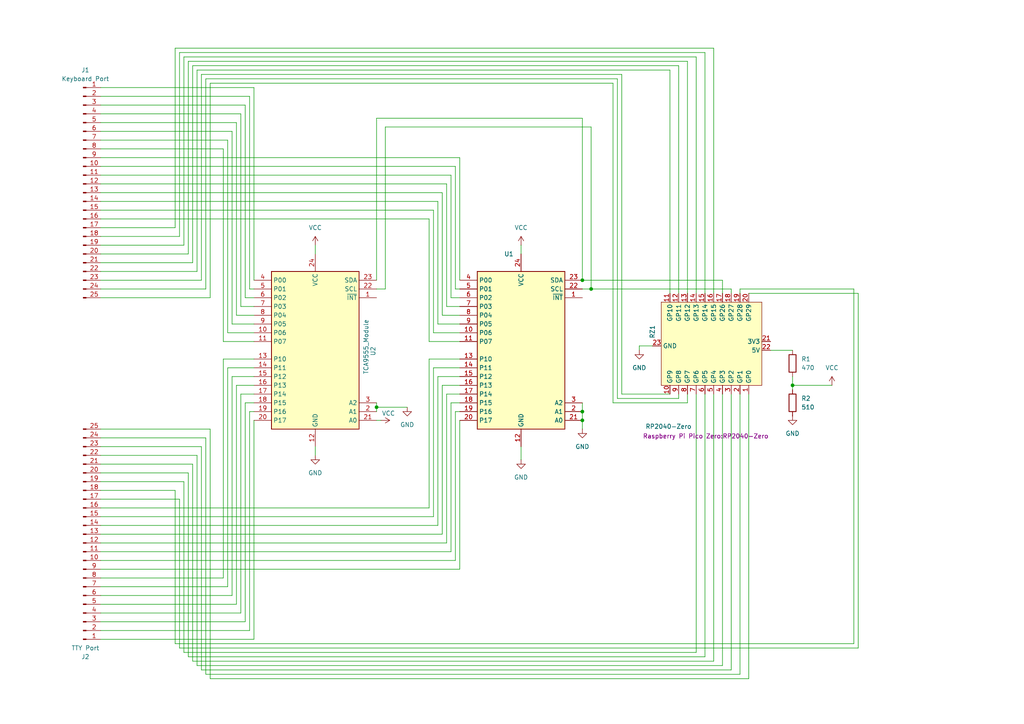
<source format=kicad_sch>
(kicad_sch (version 20250114) (generator "eeschema") (generator_version "9.0")
  (paper "A4")
  (lib_symbols
    (symbol "Connector:Conn_01x25_Pin" (pin_names (offset 1.016) (hide yes))
      (property "Reference" "J" (at 0 33.02 0))
      (property "Value" "Conn_01x25_Pin" (at 0 -33.02 0))
      (symbol "Conn_01x25_Pin_1_1"
        (rectangle (start 0.8636 30.607) (end 0 30.353) (stroke (width 0.1524)) (fill (type outline)))
        (rectangle (start 0.8636 28.067) (end 0 27.813) (stroke (width 0.1524)) (fill (type outline)))
        (rectangle (start 0.8636 25.527) (end 0 25.273) (stroke (width 0.1524)) (fill (type outline)))
        (rectangle (start 0.8636 22.987) (end 0 22.733) (stroke (width 0.1524)) (fill (type outline)))
        (rectangle (start 0.8636 20.447) (end 0 20.193) (stroke (width 0.1524)) (fill (type outline)))
        (rectangle (start 0.8636 17.907) (end 0 17.653) (stroke (width 0.1524)) (fill (type outline)))
        (rectangle (start 0.8636 15.367) (end 0 15.113) (stroke (width 0.1524)) (fill (type outline)))
        (rectangle (start 0.8636 12.827) (end 0 12.573) (stroke (width 0.1524)) (fill (type outline)))
        (rectangle (start 0.8636 10.287) (end 0 10.033) (stroke (width 0.1524)) (fill (type outline)))
        (rectangle (start 0.8636 7.747) (end 0 7.493) (stroke (width 0.1524)) (fill (type outline)))
        (rectangle (start 0.8636 5.207) (end 0 4.953) (stroke (width 0.1524)) (fill (type outline)))
        (rectangle (start 0.8636 2.667) (end 0 2.413) (stroke (width 0.1524)) (fill (type outline)))
        (rectangle (start 0.8636 0.127) (end 0 -0.127) (stroke (width 0.1524)) (fill (type outline)))
        (rectangle (start 0.8636 -2.413) (end 0 -2.667) (stroke (width 0.1524)) (fill (type outline)))
        (rectangle (start 0.8636 -4.953) (end 0 -5.207) (stroke (width 0.1524)) (fill (type outline)))
        (rectangle (start 0.8636 -7.493) (end 0 -7.747) (stroke (width 0.1524)) (fill (type outline)))
        (rectangle (start 0.8636 -10.033) (end 0 -10.287) (stroke (width 0.1524)) (fill (type outline)))
        (rectangle (start 0.8636 -12.573) (end 0 -12.827) (stroke (width 0.1524)) (fill (type outline)))
        (rectangle (start 0.8636 -15.113) (end 0 -15.367) (stroke (width 0.1524)) (fill (type outline)))
        (rectangle (start 0.8636 -17.653) (end 0 -17.907) (stroke (width 0.1524)) (fill (type outline)))
        (rectangle (start 0.8636 -20.193) (end 0 -20.447) (stroke (width 0.1524)) (fill (type outline)))
        (rectangle (start 0.8636 -22.733) (end 0 -22.987) (stroke (width 0.1524)) (fill (type outline)))
        (rectangle (start 0.8636 -25.273) (end 0 -25.527) (stroke (width 0.1524)) (fill (type outline)))
        (rectangle (start 0.8636 -27.813) (end 0 -28.067) (stroke (width 0.1524)) (fill (type outline)))
        (rectangle (start 0.8636 -30.353) (end 0 -30.607) (stroke (width 0.1524)) (fill (type outline)))
        (polyline (pts (xy 1.27 30.48) (xy 0.8636 30.48)) (stroke (width 0.1524)))
        (polyline (pts (xy 1.27 27.94) (xy 0.8636 27.94)) (stroke (width 0.1524)))
        (polyline (pts (xy 1.27 25.4) (xy 0.8636 25.4)) (stroke (width 0.1524)))
        (polyline (pts (xy 1.27 22.86) (xy 0.8636 22.86)) (stroke (width 0.1524)))
        (polyline (pts (xy 1.27 20.32) (xy 0.8636 20.32)) (stroke (width 0.1524)))
        (polyline (pts (xy 1.27 17.78) (xy 0.8636 17.78)) (stroke (width 0.1524)))
        (polyline (pts (xy 1.27 15.24) (xy 0.8636 15.24)) (stroke (width 0.1524)))
        (polyline (pts (xy 1.27 12.7) (xy 0.8636 12.7)) (stroke (width 0.1524)))
        (polyline (pts (xy 1.27 10.16) (xy 0.8636 10.16)) (stroke (width 0.1524)))
        (polyline (pts (xy 1.27 7.62) (xy 0.8636 7.62)) (stroke (width 0.1524)))
        (polyline (pts (xy 1.27 5.08) (xy 0.8636 5.08)) (stroke (width 0.1524)))
        (polyline (pts (xy 1.27 2.54) (xy 0.8636 2.54)) (stroke (width 0.1524)))
        (polyline (pts (xy 1.27 0) (xy 0.8636 0)) (stroke (width 0.1524)))
        (polyline (pts (xy 1.27 -2.54) (xy 0.8636 -2.54)) (stroke (width 0.1524)))
        (polyline (pts (xy 1.27 -5.08) (xy 0.8636 -5.08)) (stroke (width 0.1524)))
        (polyline (pts (xy 1.27 -7.62) (xy 0.8636 -7.62)) (stroke (width 0.1524)))
        (polyline (pts (xy 1.27 -10.16) (xy 0.8636 -10.16)) (stroke (width 0.1524)))
        (polyline (pts (xy 1.27 -12.7) (xy 0.8636 -12.7)) (stroke (width 0.1524)))
        (polyline (pts (xy 1.27 -15.24) (xy 0.8636 -15.24)) (stroke (width 0.1524)))
        (polyline (pts (xy 1.27 -17.78) (xy 0.8636 -17.78)) (stroke (width 0.1524)))
        (polyline (pts (xy 1.27 -20.32) (xy 0.8636 -20.32)) (stroke (width 0.1524)))
        (polyline (pts (xy 1.27 -22.86) (xy 0.8636 -22.86)) (stroke (width 0.1524)))
        (polyline (pts (xy 1.27 -25.4) (xy 0.8636 -25.4)) (stroke (width 0.1524)))
        (polyline (pts (xy 1.27 -27.94) (xy 0.8636 -27.94)) (stroke (width 0.1524)))
        (polyline (pts (xy 1.27 -30.48) (xy 0.8636 -30.48)) (stroke (width 0.1524)))
        (pin passive line (at 5.08 30.48 180) (length 3.81) (name "Pin_1") (number "1"))
        (pin passive line (at 5.08 27.94 180) (length 3.81) (name "Pin_2") (number "2"))
        (pin passive line (at 5.08 25.4 180) (length 3.81) (name "Pin_3") (number "3"))
        (pin passive line (at 5.08 22.86 180) (length 3.81) (name "Pin_4") (number "4"))
        (pin passive line (at 5.08 20.32 180) (length 3.81) (name "Pin_5") (number "5"))
        (pin passive line (at 5.08 17.78 180) (length 3.81) (name "Pin_6") (number "6"))
        (pin passive line (at 5.08 15.24 180) (length 3.81) (name "Pin_7") (number "7"))
        (pin passive line (at 5.08 12.7 180) (length 3.81) (name "Pin_8") (number "8"))
        (pin passive line (at 5.08 10.16 180) (length 3.81) (name "Pin_9") (number "9"))
        (pin passive line (at 5.08 7.62 180) (length 3.81) (name "Pin_10") (number "10"))
        (pin passive line (at 5.08 5.08 180) (length 3.81) (name "Pin_11") (number "11"))
        (pin passive line (at 5.08 2.54 180) (length 3.81) (name "Pin_12") (number "12"))
        (pin passive line (at 5.08 0 180) (length 3.81) (name "Pin_13") (number "13"))
        (pin passive line (at 5.08 -2.54 180) (length 3.81) (name "Pin_14") (number "14"))
        (pin passive line (at 5.08 -5.08 180) (length 3.81) (name "Pin_15") (number "15"))
        (pin passive line (at 5.08 -7.62 180) (length 3.81) (name "Pin_16") (number "16"))
        (pin passive line (at 5.08 -10.16 180) (length 3.81) (name "Pin_17") (number "17"))
        (pin passive line (at 5.08 -12.7 180) (length 3.81) (name "Pin_18") (number "18"))
        (pin passive line (at 5.08 -15.24 180) (length 3.81) (name "Pin_19") (number "19"))
        (pin passive line (at 5.08 -17.78 180) (length 3.81) (name "Pin_20") (number "20"))
        (pin passive line (at 5.08 -20.32 180) (length 3.81) (name "Pin_21") (number "21"))
        (pin passive line (at 5.08 -22.86 180) (length 3.81) (name "Pin_22") (number "22"))
        (pin passive line (at 5.08 -25.4 180) (length 3.81) (name "Pin_23") (number "23"))
        (pin passive line (at 5.08 -27.94 180) (length 3.81) (name "Pin_24") (number "24"))
        (pin passive line (at 5.08 -30.48 180) (length 3.81) (name "Pin_25") (number "25"))
      )
    )
    (symbol "Device:R" (pin_numbers (hide yes)) (pin_names (offset 0))
      (property "Reference" "R" (at 2.032 0 90))
      (property "Value" "R" (at 0 0 90))
      (symbol "R_0_1"
        (rectangle (start -1.016 -2.54) (end 1.016 2.54) (stroke (width 0.254)))
      )
      (symbol "R_1_1"
        (pin passive line (at 0 3.81 270) (length 1.27) (name "~") (number "1"))
        (pin passive line (at 0 -3.81 90) (length 1.27) (name "~") (number "2"))
      )
    )
    (symbol "Raspberry Pi Pico Zero:RP2040-Zero"
      (property "Reference" "RZ" (at 0 0 0))
      (property "Value" "RP2040-Zero" (at 0 -2.54 0))
      (property "Footprint" "Raspberry Pi Pico Zero:RP2040-Zero" (at 0 0 0))
      (symbol "RP2040-Zero_0_1"
        (rectangle (start -11.43 -15.24) (end 12.7 13.97) (fill (type background)))
      )
      (symbol "RP2040-Zero_1_1"
        (pin bidirectional line (at -13.97 10.16 0) (length 2.54) (name "GP0") (number "1"))
        (pin bidirectional line (at -13.97 7.62 0) (length 2.54) (name "GP1") (number "2"))
        (pin bidirectional line (at -13.97 5.08 0) (length 2.54) (name "GP2") (number "3"))
        (pin bidirectional line (at -13.97 2.54 0) (length 2.54) (name "GP3") (number "4"))
        (pin bidirectional line (at -13.97 0 0) (length 2.54) (name "GP4") (number "5"))
        (pin bidirectional line (at -13.97 -2.54 0) (length 2.54) (name "GP5") (number "6"))
        (pin bidirectional line (at -13.97 -5.08 0) (length 2.54) (name "GP6") (number "7"))
        (pin bidirectional line (at -13.97 -7.62 0) (length 2.54) (name "GP7") (number "8"))
        (pin bidirectional line (at -13.97 -10.16 0) (length 2.54) (name "GP8") (number "9"))
        (pin bidirectional line (at -13.97 -12.7 0) (length 2.54) (name "GP9") (number "10"))
        (pin power_in line (at -1.27 16.51 270) (length 2.54) (name "5V") (number "22"))
        (pin power_in line (at 0 -17.78 90) (length 2.54) (name "GND") (number "23"))
        (pin power_in line (at 1.27 16.51 270) (length 2.54) (name "3V3") (number "21"))
        (pin bidirectional line (at 15.24 10.16 180) (length 2.54) (name "GP29") (number "20"))
        (pin bidirectional line (at 15.24 7.62 180) (length 2.54) (name "GP28") (number "19"))
        (pin bidirectional line (at 15.24 5.08 180) (length 2.54) (name "GP27") (number "18"))
        (pin bidirectional line (at 15.24 2.54 180) (length 2.54) (name "GP26") (number "17"))
        (pin bidirectional line (at 15.24 0 180) (length 2.54) (name "GP15") (number "16"))
        (pin bidirectional line (at 15.24 -2.54 180) (length 2.54) (name "GP14") (number "15"))
        (pin bidirectional line (at 15.24 -5.08 180) (length 2.54) (name "GP13") (number "14"))
        (pin bidirectional line (at 15.24 -7.62 180) (length 2.54) (name "GP12") (number "13"))
        (pin bidirectional line (at 15.24 -10.16 180) (length 2.54) (name "GP11") (number "12"))
        (pin bidirectional line (at 15.24 -12.7 180) (length 2.54) (name "GP10") (number "11"))
      )
    )
    (symbol "TCA9555_Module:TCA9555_Module"
      (property "Reference" "U" (at -11.43 24.13 0))
      (property "Value" "TCA9555_Module" (at 0 0 0))
      (symbol "TCA9555_Module_0_1"
        (rectangle (start -12.7 22.86) (end 12.7 -22.86) (stroke (width 0.254)) (fill (type background)))
      )
      (symbol "TCA9555_Module_1_1"
        (pin bidirectional line (at -17.78 20.32 0) (length 5.08) (name "SDA") (number "23"))
        (pin input line (at -17.78 17.78 0) (length 5.08) (name "SCL") (number "22"))
        (pin open_collector line (at -17.78 15.24 0) (length 5.08) (name "~{INT}") (number "1"))
        (pin input line (at -17.78 -15.24 0) (length 5.08) (name "A2") (number "3"))
        (pin input line (at -17.78 -17.78 0) (length 5.08) (name "A1") (number "2"))
        (pin input line (at -17.78 -20.32 0) (length 5.08) (name "A0") (number "21"))
        (pin power_in line (at 0 27.94 270) (length 5.08) (name "VCC") (number "24"))
        (pin power_in line (at 0 -27.94 90) (length 5.08) (name "GND") (number "12"))
        (pin bidirectional line (at 17.78 20.32 180) (length 5.08) (name "P00") (number "4"))
        (pin bidirectional line (at 17.78 17.78 180) (length 5.08) (name "P01") (number "5"))
        (pin bidirectional line (at 17.78 15.24 180) (length 5.08) (name "P02") (number "6"))
        (pin bidirectional line (at 17.78 12.7 180) (length 5.08) (name "P03") (number "7"))
        (pin bidirectional line (at 17.78 10.16 180) (length 5.08) (name "P04") (number "8"))
        (pin bidirectional line (at 17.78 7.62 180) (length 5.08) (name "P05") (number "9"))
        (pin bidirectional line (at 17.78 5.08 180) (length 5.08) (name "P06") (number "10"))
        (pin bidirectional line (at 17.78 2.54 180) (length 5.08) (name "P07") (number "11"))
        (pin bidirectional line (at 17.78 -2.54 180) (length 5.08) (name "P10") (number "13"))
        (pin bidirectional line (at 17.78 -5.08 180) (length 5.08) (name "P11") (number "14"))
        (pin bidirectional line (at 17.78 -7.62 180) (length 5.08) (name "P12") (number "15"))
        (pin bidirectional line (at 17.78 -10.16 180) (length 5.08) (name "P13") (number "16"))
        (pin bidirectional line (at 17.78 -12.7 180) (length 5.08) (name "P14") (number "17"))
        (pin bidirectional line (at 17.78 -15.24 180) (length 5.08) (name "P15") (number "18"))
        (pin bidirectional line (at 17.78 -17.78 180) (length 5.08) (name "P16") (number "19"))
        (pin bidirectional line (at 17.78 -20.32 180) (length 5.08) (name "P17") (number "20"))
      )
    )
    (symbol "power:GND" (power) (pin_numbers (hide yes)) (pin_names (offset 0) (hide yes))
      (property "Value" "GND" (at 0 -3.81 0))
      (symbol "GND_0_1"
        (polyline (pts (xy 0 0) (xy 0 -1.27) (xy 1.27 -1.27) (xy 0 -2.54) (xy -1.27 -1.27) (xy 0 -1.27)))
      )
      (symbol "GND_1_1"
        (pin power_in line (at 0 0 270) (length 0) (name "~") (number "1"))
      )
    )
    (symbol "power:VCC" (power) (pin_numbers (hide yes)) (pin_names (offset 0) (hide yes))
      (property "Value" "VCC" (at 0 3.556 0))
      (symbol "VCC_0_1"
        (polyline (pts (xy -0.762 1.27) (xy 0 2.54)))
        (polyline (pts (xy 0 2.54) (xy 0.762 1.27)))
        (polyline (pts (xy 0 0) (xy 0 2.54)))
      )
      (symbol "VCC_1_1"
        (pin power_in line (at 0 0 90) (length 0) (name "~") (number "1"))
      )
    )
  )
  (junction (at 168.91 119.38))
  (junction (at 171.45 83.82))
  (junction (at 229.87 111.76))
  (junction (at 168.91 121.92))
  (junction (at 168.91 81.28))
  (junction (at 109.22 118.11))
  (wire (pts (xy 130.81 50.8) (xy 29.21 50.8)))
  (wire (pts (xy 54.61 17.78) (xy 54.61 73.66)))
  (wire (pts (xy 124.46 99.06) (xy 124.46 63.5)))
  (wire (pts (xy 73.66 116.84) (xy 71.12 116.84)))
  (wire (pts (xy 229.87 111.76) (xy 229.87 113.03)))
  (wire (pts (xy 204.47 85.09) (xy 204.47 15.24)))
  (wire (pts (xy 201.93 85.09) (xy 201.93 16.51)))
  (wire (pts (xy 127 93.98) (xy 127 58.42)))
  (wire (pts (xy 207.01 114.3) (xy 207.01 191.77)))
  (wire (pts (xy 133.35 81.28) (xy 133.35 45.72)))
  (wire (pts (xy 185.42 100.33) (xy 189.23 100.33)))
  (wire (pts (xy 60.96 196.85) (xy 60.96 124.46)))
  (wire (pts (xy 177.8 24.13) (xy 60.96 24.13)))
  (wire (pts (xy 130.81 160.02) (xy 29.21 160.02)))
  (wire (pts (xy 223.52 101.6) (xy 229.87 101.6)))
  (wire (pts (xy 50.8 13.97) (xy 50.8 66.04)))
  (wire (pts (xy 199.39 85.09) (xy 199.39 17.78)))
  (wire (pts (xy 179.07 115.57) (xy 179.07 22.86)))
  (wire (pts (xy 125.73 106.68) (xy 125.73 149.86)))
  (wire (pts (xy 133.35 104.14) (xy 124.46 104.14)))
  (wire (pts (xy 128.27 111.76) (xy 128.27 154.94)))
  (wire (pts (xy 53.34 16.51) (xy 53.34 71.12)))
  (wire (pts (xy 171.45 36.83) (xy 171.45 83.82)))
  (wire (pts (xy 168.91 83.82) (xy 171.45 83.82)))
  (wire (pts (xy 53.34 189.23) (xy 53.34 139.7)))
  (wire (pts (xy 111.76 36.83) (xy 171.45 36.83)))
  (wire (pts (xy 125.73 96.52) (xy 125.73 60.96)))
  (wire (pts (xy 168.91 119.38) (xy 168.91 116.84)))
  (wire (pts (xy 118.11 118.11) (xy 109.22 118.11)))
  (wire (pts (xy 125.73 60.96) (xy 29.21 60.96)))
  (wire (pts (xy 53.34 139.7) (xy 29.21 139.7)))
  (wire (pts (xy 151.13 71.12) (xy 151.13 73.66)))
  (wire (pts (xy 124.46 147.32) (xy 29.21 147.32)))
  (wire (pts (xy 133.35 106.68) (xy 125.73 106.68)))
  (wire (pts (xy 129.54 88.9) (xy 129.54 53.34)))
  (wire (pts (xy 59.69 127) (xy 29.21 127)))
  (wire (pts (xy 64.77 99.06) (xy 64.77 43.18)))
  (wire (pts (xy 109.22 34.29) (xy 109.22 81.28)))
  (wire (pts (xy 207.01 85.09) (xy 207.01 13.97)))
  (wire (pts (xy 55.88 191.77) (xy 55.88 134.62)))
  (wire (pts (xy 57.15 132.08) (xy 29.21 132.08)))
  (wire (pts (xy 133.35 88.9) (xy 129.54 88.9)))
  (wire (pts (xy 128.27 154.94) (xy 29.21 154.94)))
  (wire (pts (xy 199.39 114.3) (xy 199.39 116.84)))
  (wire (pts (xy 129.54 157.48) (xy 29.21 157.48)))
  (wire (pts (xy 133.35 109.22) (xy 127 109.22)))
  (wire (pts (xy 73.66 86.36) (xy 71.12 86.36)))
  (wire (pts (xy 214.63 83.82) (xy 214.63 85.09)))
  (wire (pts (xy 130.81 116.84) (xy 133.35 116.84)))
  (wire (pts (xy 69.85 177.8) (xy 29.21 177.8)))
  (wire (pts (xy 132.08 83.82) (xy 132.08 48.26)))
  (wire (pts (xy 64.77 104.14) (xy 64.77 167.64)))
  (wire (pts (xy 209.55 193.04) (xy 57.15 193.04)))
  (wire (pts (xy 57.15 193.04) (xy 57.15 132.08)))
  (wire (pts (xy 73.66 25.4) (xy 29.21 25.4)))
  (wire (pts (xy 180.34 114.3) (xy 180.34 21.59)))
  (wire (pts (xy 168.91 121.92) (xy 168.91 124.46)))
  (wire (pts (xy 204.47 190.5) (xy 54.61 190.5)))
  (wire (pts (xy 204.47 114.3) (xy 204.47 190.5)))
  (wire (pts (xy 212.09 85.09) (xy 212.09 83.82)))
  (wire (pts (xy 130.81 116.84) (xy 130.81 160.02)))
  (wire (pts (xy 52.07 15.24) (xy 52.07 68.58)))
  (wire (pts (xy 168.91 121.92) (xy 168.91 119.38)))
  (wire (pts (xy 68.58 35.56) (xy 29.21 35.56)))
  (wire (pts (xy 185.42 100.33) (xy 185.42 101.6)))
  (wire (pts (xy 73.66 81.28) (xy 73.66 25.4)))
  (wire (pts (xy 247.65 83.82) (xy 214.63 83.82)))
  (wire (pts (xy 71.12 116.84) (xy 71.12 180.34)))
  (wire (pts (xy 55.88 19.05) (xy 196.85 19.05)))
  (wire (pts (xy 58.42 81.28) (xy 29.21 81.28)))
  (wire (pts (xy 57.15 20.32) (xy 57.15 78.74)))
  (wire (pts (xy 72.39 83.82) (xy 72.39 27.94)))
  (wire (pts (xy 54.61 73.66) (xy 29.21 73.66)))
  (wire (pts (xy 58.42 129.54) (xy 29.21 129.54)))
  (wire (pts (xy 127 109.22) (xy 127 152.4)))
  (wire (pts (xy 59.69 195.58) (xy 59.69 127)))
  (wire (pts (xy 132.08 119.38) (xy 132.08 162.56)))
  (wire (pts (xy 60.96 24.13) (xy 60.96 86.36)))
  (wire (pts (xy 109.22 83.82) (xy 111.76 83.82)))
  (wire (pts (xy 91.44 129.54) (xy 91.44 132.08)))
  (wire (pts (xy 60.96 124.46) (xy 29.21 124.46)))
  (wire (pts (xy 214.63 195.58) (xy 59.69 195.58)))
  (wire (pts (xy 67.31 38.1) (xy 29.21 38.1)))
  (wire (pts (xy 58.42 194.31) (xy 58.42 129.54)))
  (wire (pts (xy 207.01 13.97) (xy 50.8 13.97)))
  (wire (pts (xy 29.21 76.2) (xy 55.88 76.2)))
  (wire (pts (xy 212.09 194.31) (xy 58.42 194.31)))
  (wire (pts (xy 109.22 118.11) (xy 109.22 119.38)))
  (wire (pts (xy 209.55 114.3) (xy 209.55 193.04)))
  (wire (pts (xy 29.21 144.78) (xy 52.07 144.78)))
  (wire (pts (xy 133.35 111.76) (xy 128.27 111.76)))
  (wire (pts (xy 71.12 86.36) (xy 71.12 30.48)))
  (wire (pts (xy 127 58.42) (xy 29.21 58.42)))
  (wire (pts (xy 52.07 187.96) (xy 52.07 144.78)))
  (wire (pts (xy 55.88 76.2) (xy 55.88 19.05)))
  (wire (pts (xy 69.85 88.9) (xy 69.85 33.02)))
  (wire (pts (xy 68.58 91.44) (xy 68.58 35.56)))
  (wire (pts (xy 67.31 172.72) (xy 29.21 172.72)))
  (wire (pts (xy 109.22 118.11) (xy 109.22 116.84)))
  (wire (pts (xy 50.8 186.69) (xy 247.65 186.69)))
  (wire (pts (xy 53.34 71.12) (xy 29.21 71.12)))
  (wire (pts (xy 111.76 83.82) (xy 111.76 36.83)))
  (wire (pts (xy 247.65 186.69) (xy 247.65 83.82)))
  (wire (pts (xy 214.63 114.3) (xy 214.63 195.58)))
  (wire (pts (xy 132.08 162.56) (xy 29.21 162.56)))
  (wire (pts (xy 199.39 116.84) (xy 177.8 116.84)))
  (wire (pts (xy 69.85 114.3) (xy 69.85 177.8)))
  (wire (pts (xy 73.66 121.92) (xy 73.66 185.42)))
  (wire (pts (xy 66.04 40.64) (xy 29.21 40.64)))
  (wire (pts (xy 194.31 85.09) (xy 194.31 20.32)))
  (wire (pts (xy 201.93 189.23) (xy 53.34 189.23)))
  (wire (pts (xy 29.21 165.1) (xy 133.35 165.1)))
  (wire (pts (xy 229.87 111.76) (xy 241.3 111.76)))
  (wire (pts (xy 133.35 114.3) (xy 129.54 114.3)))
  (wire (pts (xy 72.39 27.94) (xy 29.21 27.94)))
  (wire (pts (xy 151.13 129.54) (xy 151.13 133.35)))
  (wire (pts (xy 60.96 86.36) (xy 29.21 86.36)))
  (wire (pts (xy 73.66 88.9) (xy 69.85 88.9)))
  (wire (pts (xy 73.66 91.44) (xy 68.58 91.44)))
  (wire (pts (xy 52.07 68.58) (xy 29.21 68.58)))
  (wire (pts (xy 73.66 109.22) (xy 67.31 109.22)))
  (wire (pts (xy 196.85 115.57) (xy 179.07 115.57)))
  (wire (pts (xy 201.93 16.51) (xy 53.34 16.51)))
  (wire (pts (xy 133.35 93.98) (xy 127 93.98)))
  (wire (pts (xy 59.69 22.86) (xy 59.69 83.82)))
  (wire (pts (xy 73.66 83.82) (xy 72.39 83.82)))
  (wire (pts (xy 68.58 111.76) (xy 68.58 175.26)))
  (wire (pts (xy 133.35 86.36) (xy 130.81 86.36)))
  (wire (pts (xy 125.73 149.86) (xy 29.21 149.86)))
  (wire (pts (xy 73.66 119.38) (xy 72.39 119.38)))
  (wire (pts (xy 57.15 78.74) (xy 29.21 78.74)))
  (wire (pts (xy 229.87 109.22) (xy 229.87 111.76)))
  (wire (pts (xy 69.85 33.02) (xy 29.21 33.02)))
  (wire (pts (xy 132.08 48.26) (xy 29.21 48.26)))
  (wire (pts (xy 168.91 34.29) (xy 168.91 81.28)))
  (wire (pts (xy 66.04 170.18) (xy 29.21 170.18)))
  (wire (pts (xy 133.35 83.82) (xy 132.08 83.82)))
  (wire (pts (xy 66.04 96.52) (xy 66.04 40.64)))
  (wire (pts (xy 177.8 116.84) (xy 177.8 24.13)))
  (wire (pts (xy 73.66 106.68) (xy 66.04 106.68)))
  (wire (pts (xy 109.22 121.92) (xy 110.49 121.92)))
  (wire (pts (xy 67.31 93.98) (xy 67.31 38.1)))
  (wire (pts (xy 54.61 137.16) (xy 29.21 137.16)))
  (wire (pts (xy 71.12 180.34) (xy 29.21 180.34)))
  (wire (pts (xy 201.93 114.3) (xy 201.93 189.23)))
  (wire (pts (xy 129.54 114.3) (xy 129.54 157.48)))
  (wire (pts (xy 248.92 187.96) (xy 52.07 187.96)))
  (wire (pts (xy 217.17 196.85) (xy 60.96 196.85)))
  (wire (pts (xy 109.22 34.29) (xy 168.91 34.29)))
  (wire (pts (xy 72.39 182.88) (xy 29.21 182.88)))
  (wire (pts (xy 180.34 21.59) (xy 58.42 21.59)))
  (wire (pts (xy 73.66 96.52) (xy 66.04 96.52)))
  (wire (pts (xy 50.8 66.04) (xy 29.21 66.04)))
  (wire (pts (xy 29.21 63.5) (xy 124.46 63.5)))
  (wire (pts (xy 73.66 185.42) (xy 29.21 185.42)))
  (wire (pts (xy 50.8 142.24) (xy 50.8 186.69)))
  (wire (pts (xy 204.47 15.24) (xy 52.07 15.24)))
  (wire (pts (xy 168.91 81.28) (xy 209.55 81.28)))
  (wire (pts (xy 67.31 109.22) (xy 67.31 172.72)))
  (wire (pts (xy 58.42 21.59) (xy 58.42 81.28)))
  (wire (pts (xy 130.81 86.36) (xy 130.81 50.8)))
  (wire (pts (xy 217.17 114.3) (xy 217.17 196.85)))
  (wire (pts (xy 196.85 114.3) (xy 196.85 115.57)))
  (wire (pts (xy 196.85 19.05) (xy 196.85 85.09)))
  (wire (pts (xy 68.58 175.26) (xy 29.21 175.26)))
  (wire (pts (xy 71.12 30.48) (xy 29.21 30.48)))
  (wire (pts (xy 73.66 104.14) (xy 64.77 104.14)))
  (wire (pts (xy 207.01 191.77) (xy 55.88 191.77)))
  (wire (pts (xy 133.35 119.38) (xy 132.08 119.38)))
  (wire (pts (xy 209.55 85.09) (xy 209.55 81.28)))
  (wire (pts (xy 133.35 96.52) (xy 125.73 96.52)))
  (wire (pts (xy 128.27 91.44) (xy 128.27 55.88)))
  (wire (pts (xy 73.66 114.3) (xy 69.85 114.3)))
  (wire (pts (xy 91.44 71.12) (xy 91.44 73.66)))
  (wire (pts (xy 128.27 55.88) (xy 29.21 55.88)))
  (wire (pts (xy 29.21 142.24) (xy 50.8 142.24)))
  (wire (pts (xy 73.66 93.98) (xy 67.31 93.98)))
  (wire (pts (xy 133.35 45.72) (xy 29.21 45.72)))
  (wire (pts (xy 217.17 85.09) (xy 248.92 85.09)))
  (wire (pts (xy 179.07 22.86) (xy 59.69 22.86)))
  (wire (pts (xy 129.54 53.34) (xy 29.21 53.34)))
  (wire (pts (xy 73.66 99.06) (xy 64.77 99.06)))
  (wire (pts (xy 248.92 85.09) (xy 248.92 187.96)))
  (wire (pts (xy 73.66 111.76) (xy 68.58 111.76)))
  (wire (pts (xy 72.39 119.38) (xy 72.39 182.88)))
  (wire (pts (xy 127 152.4) (xy 29.21 152.4)))
  (wire (pts (xy 133.35 91.44) (xy 128.27 91.44)))
  (wire (pts (xy 194.31 20.32) (xy 57.15 20.32)))
  (wire (pts (xy 171.45 83.82) (xy 212.09 83.82)))
  (wire (pts (xy 55.88 134.62) (xy 29.21 134.62)))
  (wire (pts (xy 66.04 106.68) (xy 66.04 170.18)))
  (wire (pts (xy 124.46 104.14) (xy 124.46 147.32)))
  (wire (pts (xy 59.69 83.82) (xy 29.21 83.82)))
  (wire (pts (xy 133.35 99.06) (xy 124.46 99.06)))
  (wire (pts (xy 194.31 114.3) (xy 180.34 114.3)))
  (wire (pts (xy 64.77 167.64) (xy 29.21 167.64)))
  (wire (pts (xy 133.35 121.92) (xy 133.35 165.1)))
  (wire (pts (xy 199.39 17.78) (xy 54.61 17.78)))
  (wire (pts (xy 54.61 190.5) (xy 54.61 137.16)))
  (wire (pts (xy 64.77 43.18) (xy 29.21 43.18)))
  (wire (pts (xy 212.09 114.3) (xy 212.09 194.31)))
  (symbol (lib_id "power:GND") (at 168.91 124.46 0) (unit 1)
    (property "Reference" "#PWR05" (effects (hide yes)))
    (property "Value" "GND" (at 168.91 129.54 0))
    (property "Description" "Power symbol creates a global label with name \"GND\" , ground" (effects (hide yes)))
  )
  (symbol (lib_id "Connector:Conn_01x25_Pin") (at 24.13 154.94 0) (mirror x) (unit 1)
    (property "Reference" "J2" (at 24.765 190.5 0))
    (property "Value" "TTY Port" (at 24.765 187.96 0))
    (property "Footprint" "Connector_PinHeader_2.54mm:PinHeader_1x25_P2.54mm_Vertical" (effects (hide yes)))
    (property "Description" "Generic connector, single row, 01x25, script generated" (effects (hide yes)))
  )
  (symbol (lib_id "power:GND") (at 91.44 132.08 0) (unit 1)
    (property "Reference" "#PWR04" (effects (hide yes)))
    (property "Value" "GND" (at 91.44 137.16 0))
    (property "Description" "Power symbol creates a global label with name \"GND\" , ground" (effects (hide yes)))
  )
  (symbol (lib_id "power:GND") (at 118.11 118.11 0) (unit 1)
    (property "Reference" "#PWR02" (effects (hide yes)))
    (property "Value" "GND" (at 118.11 123.19 0))
    (property "Description" "Power symbol creates a global label with name \"GND\" , ground" (effects (hide yes)))
  )
  (symbol (lib_id "Connector:Conn_01x25_Pin") (at 24.13 55.88 0) (unit 1)
    (property "Reference" "J1" (at 24.765 20.32 0))
    (property "Value" "Keyboard Port" (at 24.765 22.86 0))
    (property "Footprint" "Connector_PinHeader_2.54mm:PinHeader_1x25_P2.54mm_Horizontal" (effects (hide yes)))
    (property "Description" "Generic connector, single row, 01x25, script generated" (effects (hide yes)))
  )
  (symbol (lib_id "power:VCC") (at 241.3 111.76 0) (unit 1)
    (property "Reference" "#PWR010" (effects (hide yes)))
    (property "Value" "VCC" (at 241.3 106.68 0))
    (property "Description" "Power symbol creates a global label with name \"VCC\"" (effects (hide yes)))
  )
  (symbol (lib_id "power:GND") (at 229.87 120.65 0) (unit 1)
    (property "Reference" "#PWR08" (effects (hide yes)))
    (property "Value" "GND" (at 229.87 125.73 0))
    (property "Description" "Power symbol creates a global label with name \"GND\" , ground" (effects (hide yes)))
  )
  (symbol (lib_id "Raspberry Pi Pico Zero:RP2040-Zero") (at 207.01 100.33 270) (mirror x) (unit 1)
    (property "Reference" "RZ1" (at 189.23 98.1867 0) (effects (justify left)))
    (property "Value" "RP2040-Zero" (at 187.198 123.698 90) (effects (justify left)))
    (property "Footprint" "Raspberry Pi Pico Zero:RP2040-Zero" (at 186.436 126.492 90) (effects (justify left)))
  )
  (symbol (lib_id "TCA9555_Module:TCA9555_Module") (at 91.44 101.6 0) (mirror y) (unit 1)
    (property "Reference" "U2" (at 108.204 101.854 90))
    (property "Value" "TCA9555_Module" (at 106.172 100.584 90))
    (property "Footprint" "TCA9555_Module:TCA9555_Module" (effects (hide yes)))
    (property "Datasheet" "http://www.ti.com/lit/ds/symlink/tca9555.pdf" (effects (hide yes)))
    (property "Description" "16-bit I/O expander, I2C and SMBus interface, interrupts, w/ pull-ups, SSOP-24" (effects (hide yes)))
  )
  (symbol (lib_id "TCA9555_Module:TCA9555_Module") (at 151.13 101.6 0) (mirror y) (unit 1)
    (property "Reference" "U1" (at 148.9867 73.66 0) (effects (justify left)))
    (property "Value" "TCA9555_Module" (effects (hide yes)))
    (property "Footprint" "TCA9555_Module:TCA9555_Module" (effects (hide yes)))
    (property "Datasheet" "http://www.ti.com/lit/ds/symlink/tca9555.pdf" (effects (hide yes)))
    (property "Description" "16-bit I/O expander, I2C and SMBus interface, interrupts, w/ pull-ups, SSOP-24" (effects (hide yes)))
  )
  (symbol (lib_id "power:GND") (at 185.42 101.6 0) (unit 1)
    (property "Reference" "#PWR01" (effects (hide yes)))
    (property "Value" "GND" (at 185.42 106.68 0))
    (property "Description" "Power symbol creates a global label with name \"GND\" , ground" (effects (hide yes)))
  )
  (symbol (lib_id "power:GND") (at 151.13 133.35 0) (unit 1)
    (property "Reference" "#PWR03" (effects (hide yes)))
    (property "Value" "GND" (at 151.13 138.43 0))
    (property "Description" "Power symbol creates a global label with name \"GND\" , ground" (effects (hide yes)))
  )
  (symbol (lib_id "power:VCC") (at 110.49 121.92 270) (unit 1)
    (property "Reference" "#PWR09" (effects (hide yes)))
    (property "Value" "VCC" (at 110.744 119.888 90) (effects (justify left)))
    (property "Description" "Power symbol creates a global label with name \"VCC\"" (effects (hide yes)))
  )
  (symbol (lib_id "power:VCC") (at 151.13 71.12 0) (unit 1)
    (property "Reference" "#PWR07" (effects (hide yes)))
    (property "Value" "VCC" (at 151.13 66.04 0))
    (property "Description" "Power symbol creates a global label with name \"VCC\"" (effects (hide yes)))
  )
  (symbol (lib_id "Device:R") (at 229.87 105.41 0) (unit 1)
    (property "Reference" "R1" (at 232.41 104.1399 0) (effects (justify left)))
    (property "Value" "470" (at 232.41 106.6799 0) (effects (justify left)))
    (property "Footprint" "Resistor_THT:R_Axial_DIN0516_L15.5mm_D5.0mm_P20.32mm_Horizontal" (effects (hide yes)))
    (property "Description" "Resistor" (effects (hide yes)))
  )
  (symbol (lib_id "Device:R") (at 229.87 116.84 0) (unit 1)
    (property "Reference" "R2" (at 232.41 115.5699 0) (effects (justify left)))
    (property "Value" "510" (at 232.41 118.1099 0) (effects (justify left)))
    (property "Footprint" "Resistor_THT:R_Axial_DIN0516_L15.5mm_D5.0mm_P20.32mm_Horizontal" (effects (hide yes)))
    (property "Description" "Resistor" (effects (hide yes)))
  )
  (symbol (lib_id "power:VCC") (at 91.44 71.12 0) (unit 1)
    (property "Reference" "#PWR06" (effects (hide yes)))
    (property "Value" "VCC" (at 91.44 66.04 0))
    (property "Description" "Power symbol creates a global label with name \"VCC\"" (effects (hide yes)))
  )
)
</source>
